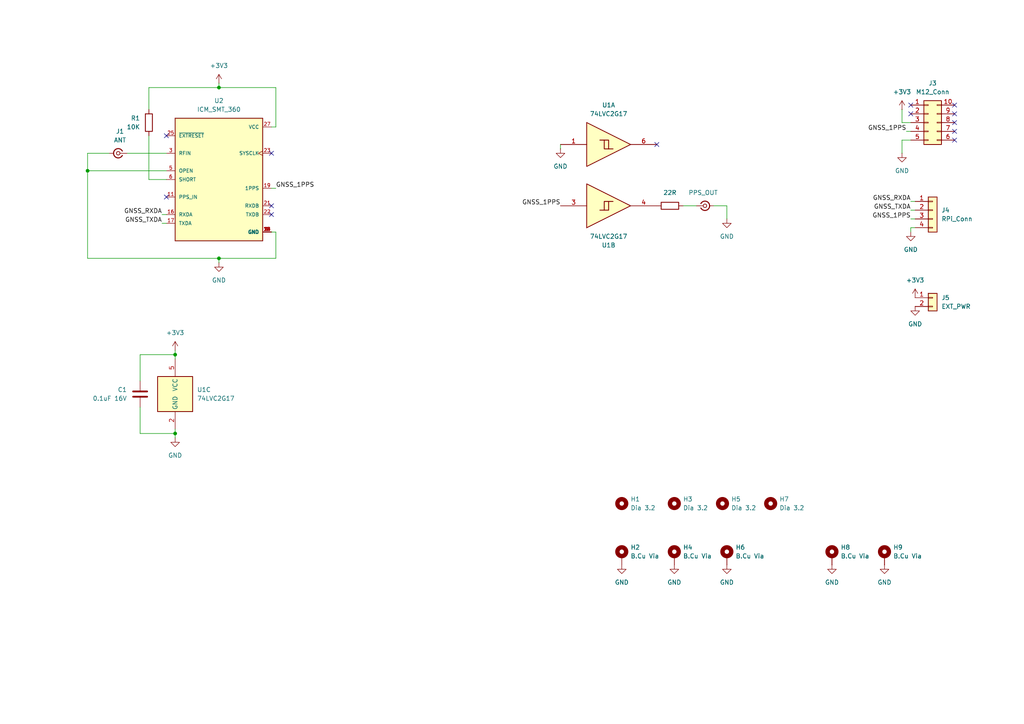
<source format=kicad_sch>
(kicad_sch (version 20250114) (generator "eeschema") (generator_version "9.0")
  (paper "A4")
  (title_block (title "Trimble RES 360 Carrier – Project Caroline") (date "2025-09-19") (rev "A") (company "B4CKSP4CE") (comment 1 "CERN-OHL-S") (comment 2 "@heyflo"))
  (lib_symbols
    (symbol "74xGxx:74LVC2G17"
      (property "Reference" "U" (at -1.27 7.62 0))
      (property "Value" "74LVC2G17" (at 2.54 -7.62 0))
      (symbol "74LVC2G17_1_1"
        (polyline (pts (xy -7.62 6.35) (xy -7.62 -6.35) (xy 5.08 0) (xy -7.62 6.35)) (stroke (width 0.254)) (fill (type background)))
        (polyline (pts (xy -3.81 1.27) (xy -2.54 1.27) (xy -2.54 -1.27) (xy 0 -1.27)) (stroke (width 0.254)) (fill (type background)))
        (polyline (pts (xy -2.54 1.27) (xy -1.27 1.27) (xy -1.27 -1.27)) (stroke (width 0.254)) (fill (type background)))
        (pin input line (at -15.24 0 0) (length 7.62) (name "~") (number "1"))
        (pin output line (at 12.7 0 180) (length 7.62) (name "~") (number "6"))
      )
      (symbol "74LVC2G17_2_1"
        (polyline (pts (xy -7.62 6.35) (xy -7.62 -6.35) (xy 5.08 0) (xy -7.62 6.35)) (stroke (width 0.254)) (fill (type background)))
        (polyline (pts (xy -3.81 1.27) (xy -2.54 1.27) (xy -2.54 -1.27) (xy 0 -1.27)) (stroke (width 0.254)) (fill (type background)))
        (polyline (pts (xy -2.54 1.27) (xy -1.27 1.27) (xy -1.27 -1.27)) (stroke (width 0.254)) (fill (type background)))
        (pin input line (at -15.24 0 0) (length 7.62) (name "~") (number "3"))
        (pin output line (at 12.7 0 180) (length 7.62) (name "~") (number "4"))
      )
      (symbol "74LVC2G17_3_0"
        (rectangle (start -5.08 -5.08) (end 5.08 5.08) (stroke (width 0.254)) (fill (type background)))
      )
      (symbol "74LVC2G17_3_1"
        (pin power_in line (at 0 10.16 270) (length 5.08) (name "VCC") (number "5"))
        (pin power_in line (at 0 -10.16 90) (length 5.08) (name "GND") (number "2"))
      )
    )
    (symbol "BKSP:Mounting_Via_THT" (pin_numbers (hide yes)) (pin_names (offset 1.016) (hide yes)) (in_bom no)
      (property "Reference" "H" (at 0 6.35 0))
      (property "Value" "B.Cu Via" (at 0 4.445 0))
      (symbol "Mounting_Via_THT_0_1"
        (circle (center 0 1.27) (radius 1.27) (stroke (width 1.27)))
      )
      (symbol "Mounting_Via_THT_1_1"
        (pin input line (at 0 -2.54 90) (length 2.54) (name "1") (number "1"))
      )
    )
    (symbol "BKSP:RF_GPS_ICM_SMT_360" (pin_names (offset 1.016))
      (property "Reference" "U" (at -12.9692 18.5638 0))
      (property "Value" "ICM_SMT_360" (at -12.7092 -20.3347 0))
      (symbol "RF_GPS_ICM_SMT_360_0_0"
        (rectangle (start -12.7 -17.78) (end 12.7 17.78) (stroke (width 0.254)) (fill (type background)))
        (pin input line (at -15.24 12.7 0) (length 2.54) (name "~{EXTRESET}") (number "25"))
        (pin input line (at -15.24 7.62 0) (length 2.54) (name "RFIN") (number "3"))
        (pin input line (at -15.24 2.54 0) (length 2.54) (name "OPEN") (number "5"))
        (pin bidirectional line (at -15.24 0 0) (length 2.54) (name "SHORT") (number "6"))
        (pin input line (at -15.24 -5.08 0) (length 2.54) (name "PPS_IN") (number "11"))
        (pin input line (at -15.24 -10.16 0) (length 2.54) (name "RXDA") (number "16"))
        (pin output line (at -15.24 -12.7 0) (length 2.54) (name "TXDA") (number "17"))
        (pin power_in line (at 15.24 15.24 180) (length 2.54) (name "VCC") (number "27"))
        (pin output clock (at 15.24 7.62 180) (length 2.54) (name "SYSCLK") (number "23"))
        (pin output line (at 15.24 -2.54 180) (length 2.54) (name "1PPS") (number "19"))
        (pin input line (at 15.24 -7.62 180) (length 2.54) (name "RXDB") (number "21"))
        (pin output line (at 15.24 -10.16 180) (length 2.54) (name "TXDB") (number "22"))
        (pin power_in line (at 15.24 -15.24 180) (length 2.54) (name "GND") (number "1"))
        (pin power_in line (at 15.24 -15.24 180) (length 2.54) (name "GND") (number "14"))
        (pin power_in line (at 15.24 -15.24 180) (length 2.54) (name "GND") (number "15"))
        (pin power_in line (at 15.24 -15.24 180) (length 2.54) (name "GND") (number "18"))
        (pin power_in line (at 15.24 -15.24 180) (length 2.54) (name "GND") (number "2"))
        (pin power_in line (at 15.24 -15.24 180) (length 2.54) (name "GND") (number "20"))
        (pin power_in line (at 15.24 -15.24 180) (length 2.54) (name "GND") (number "24"))
        (pin power_in line (at 15.24 -15.24 180) (length 2.54) (name "GND") (number "26"))
        (pin power_in line (at 15.24 -15.24 180) (length 2.54) (name "GND") (number "28"))
        (pin power_in line (at 15.24 -15.24 180) (length 2.54) (name "GND") (number "4"))
      )
    )
    (symbol "Connector:Conn_Coaxial_Small" (pin_numbers (hide yes)) (pin_names (offset 1.016) (hide yes))
      (property "Reference" "J" (at 0.254 3.048 0))
      (property "Value" "Conn_Coaxial_Small" (at 0 -3.81 0))
      (symbol "Conn_Coaxial_Small_0_1"
        (polyline (pts (xy -2.54 0) (xy -0.508 0)))
        (circle (center 0 0) (radius 0.508) (stroke (width 0.2032)))
      )
      (symbol "Conn_Coaxial_Small_1_1"
        (arc (start 1.3484 0.0039) (mid 0.327 -1.308) (end -1.1916 -0.6311) (stroke (width 0.3048)))
        (arc (start -1.1916 0.6311) (mid 0.327 1.3081) (end 1.3484 -0.0039) (stroke (width 0.3048)))
        (pin passive line (at -2.54 0 0) (length 1.27) (name "In") (number "1"))
        (pin passive line (at 2.54 0 180) (length 1.27) (name "Ext") (number "2"))
      )
    )
    (symbol "Connector_Generic:Conn_01x02" (pin_names (offset 1.016) (hide yes))
      (property "Reference" "J" (at 0 2.54 0))
      (property "Value" "Conn_01x02" (at 0 -5.08 0))
      (symbol "Conn_01x02_1_1"
        (rectangle (start -1.27 1.27) (end 1.27 -3.81) (stroke (width 0.254)) (fill (type background)))
        (rectangle (start -1.27 0.127) (end 0 -0.127) (stroke (width 0.1524)))
        (rectangle (start -1.27 -2.413) (end 0 -2.667) (stroke (width 0.1524)))
        (pin passive line (at -5.08 0 0) (length 3.81) (name "Pin_1") (number "1"))
        (pin passive line (at -5.08 -2.54 0) (length 3.81) (name "Pin_2") (number "2"))
      )
    )
    (symbol "Connector_Generic:Conn_01x04" (pin_names (offset 1.016) (hide yes))
      (property "Reference" "J" (at 0 5.08 0))
      (property "Value" "Conn_01x04" (at 0 -7.62 0))
      (symbol "Conn_01x04_1_1"
        (rectangle (start -1.27 3.81) (end 1.27 -6.35) (stroke (width 0.254)) (fill (type background)))
        (rectangle (start -1.27 2.667) (end 0 2.413) (stroke (width 0.1524)))
        (rectangle (start -1.27 0.127) (end 0 -0.127) (stroke (width 0.1524)))
        (rectangle (start -1.27 -2.413) (end 0 -2.667) (stroke (width 0.1524)))
        (rectangle (start -1.27 -4.953) (end 0 -5.207) (stroke (width 0.1524)))
        (pin passive line (at -5.08 2.54 0) (length 3.81) (name "Pin_1") (number "1"))
        (pin passive line (at -5.08 0 0) (length 3.81) (name "Pin_2") (number "2"))
        (pin passive line (at -5.08 -2.54 0) (length 3.81) (name "Pin_3") (number "3"))
        (pin passive line (at -5.08 -5.08 0) (length 3.81) (name "Pin_4") (number "4"))
      )
    )
    (symbol "Connector_Generic:Conn_02x05_Counter_Clockwise" (pin_names (offset 1.016) (hide yes))
      (property "Reference" "J2" (at 1.27 11.43 0))
      (property "Value" "Conn_02x05_Counter_Clockwise" (at 1.27 8.89 0))
      (symbol "Conn_02x05_Counter_Clockwise_1_1"
        (rectangle (start -1.27 6.35) (end 3.81 -6.35) (stroke (width 0.254)) (fill (type background)))
        (rectangle (start -1.27 5.207) (end 0 4.953) (stroke (width 0.1524)))
        (rectangle (start -1.27 2.667) (end 0 2.413) (stroke (width 0.1524)))
        (rectangle (start -1.27 0.127) (end 0 -0.127) (stroke (width 0.1524)))
        (rectangle (start -1.27 -2.413) (end 0 -2.667) (stroke (width 0.1524)))
        (rectangle (start -1.27 -4.953) (end 0 -5.207) (stroke (width 0.1524)))
        (rectangle (start 3.81 5.207) (end 2.54 4.953) (stroke (width 0.1524)))
        (rectangle (start 3.81 2.667) (end 2.54 2.413) (stroke (width 0.1524)))
        (rectangle (start 3.81 0.127) (end 2.54 -0.127) (stroke (width 0.1524)))
        (rectangle (start 3.81 -2.413) (end 2.54 -2.667) (stroke (width 0.1524)))
        (rectangle (start 3.81 -4.953) (end 2.54 -5.207) (stroke (width 0.1524)))
        (pin passive line (at -5.08 5.08 0) (length 3.81) (name "TxD1") (number "1"))
        (pin passive line (at -5.08 2.54 0) (length 3.81) (name "RxD1") (number "2"))
        (pin passive line (at -5.08 0 0) (length 3.81) (name "+3V_PWR") (number "3"))
        (pin passive line (at -5.08 -2.54 0) (length 3.81) (name "1PPS") (number "4"))
        (pin passive line (at -5.08 -5.08 0) (length 3.81) (name "GND") (number "5"))
        (pin passive line (at 7.62 5.08 180) (length 3.81) (name "NC") (number "10"))
        (pin passive line (at 7.62 2.54 180) (length 3.81) (name "ANT_BIAS") (number "9"))
        (pin passive line (at 7.62 0 180) (length 3.81) (name "RTCM_IN") (number "8"))
        (pin passive line (at 7.62 -2.54 180) (length 3.81) (name "NC") (number "7"))
        (pin passive line (at 7.62 -5.08 180) (length 3.81) (name "BAT") (number "6"))
      )
    )
    (symbol "Device:C" (pin_numbers (hide yes)) (pin_names (offset 0.254))
      (property "Reference" "C" (at 0.635 2.54 0))
      (property "Value" "C" (at 0.635 -2.54 0))
      (symbol "C_0_1"
        (polyline (pts (xy -2.032 0.762) (xy 2.032 0.762)) (stroke (width 0.508)))
        (polyline (pts (xy -2.032 -0.762) (xy 2.032 -0.762)) (stroke (width 0.508)))
      )
      (symbol "C_1_1"
        (pin passive line (at 0 3.81 270) (length 2.794) (name "~") (number "1"))
        (pin passive line (at 0 -3.81 90) (length 2.794) (name "~") (number "2"))
      )
    )
    (symbol "Device:R" (pin_numbers (hide yes)) (pin_names (offset 0))
      (property "Reference" "R" (at 2.032 0 90))
      (property "Value" "R" (at 0 0 90))
      (symbol "R_0_1"
        (rectangle (start -1.016 -2.54) (end 1.016 2.54) (stroke (width 0.254)))
      )
      (symbol "R_1_1"
        (pin passive line (at 0 3.81 270) (length 1.27) (name "~") (number "1"))
        (pin passive line (at 0 -3.81 90) (length 1.27) (name "~") (number "2"))
      )
    )
    (symbol "Mechanical:MountingHole" (pin_names (offset 1.016)) (in_bom no)
      (property "Reference" "H" (at 0 5.08 0))
      (property "Value" "MountingHole" (at 0 3.175 0))
      (symbol "MountingHole_0_1"
        (circle (center 0 0) (radius 1.27) (stroke (width 1.27)))
      )
    )
    (symbol "power:+3V3" (power) (pin_numbers (hide yes)) (pin_names (offset 0) (hide yes))
      (property "Value" "+3V3" (at 0 3.556 0))
      (symbol "+3V3_0_1"
        (polyline (pts (xy -0.762 1.27) (xy 0 2.54)))
        (polyline (pts (xy 0 2.54) (xy 0.762 1.27)))
        (polyline (pts (xy 0 0) (xy 0 2.54)))
      )
      (symbol "+3V3_1_1"
        (pin power_in line (at 0 0 90) (length 0) (name "~") (number "1"))
      )
    )
    (symbol "power:GND" (power) (pin_numbers (hide yes)) (pin_names (offset 0) (hide yes))
      (property "Value" "GND" (at 0 -3.81 0))
      (symbol "GND_0_1"
        (polyline (pts (xy 0 0) (xy 0 -1.27) (xy 1.27 -1.27) (xy 0 -2.54) (xy -1.27 -1.27) (xy 0 -1.27)))
      )
      (symbol "GND_1_1"
        (pin power_in line (at 0 0 270) (length 0) (name "~") (number "1"))
      )
    )
  )
  (junction (at 63.5 25.4))
  (junction (at 25.4 49.53))
  (junction (at 50.8 102.87))
  (junction (at 50.8 125.73))
  (junction (at 63.5 74.93))
  (no_connect (at 276.86 33.02))
  (no_connect (at 190.5 41.91))
  (no_connect (at 264.16 33.02))
  (no_connect (at 276.86 35.56))
  (no_connect (at 78.74 44.45))
  (no_connect (at 276.86 38.1))
  (no_connect (at 48.26 39.37))
  (no_connect (at 78.74 59.69))
  (no_connect (at 276.86 30.48))
  (no_connect (at 48.26 57.15))
  (no_connect (at 264.16 30.48))
  (no_connect (at 78.74 62.23))
  (no_connect (at 276.86 40.64))
  (wire (pts (xy 264.16 60.96) (xy 265.43 60.96)))
  (wire (pts (xy 25.4 44.45) (xy 31.75 44.45)))
  (wire (pts (xy 25.4 49.53) (xy 25.4 44.45)))
  (wire (pts (xy 40.64 110.49) (xy 40.64 102.87)))
  (wire (pts (xy 63.5 25.4) (xy 80.01 25.4)))
  (wire (pts (xy 50.8 101.6) (xy 50.8 102.87)))
  (wire (pts (xy 210.82 59.69) (xy 210.82 63.5)))
  (wire (pts (xy 43.18 25.4) (xy 63.5 25.4)))
  (wire (pts (xy 50.8 127) (xy 50.8 125.73)))
  (wire (pts (xy 48.26 52.07) (xy 43.18 52.07)))
  (wire (pts (xy 40.64 125.73) (xy 40.64 118.11)))
  (wire (pts (xy 162.56 43.18) (xy 162.56 41.91)))
  (wire (pts (xy 80.01 25.4) (xy 80.01 36.83)))
  (wire (pts (xy 80.01 36.83) (xy 78.74 36.83)))
  (wire (pts (xy 43.18 25.4) (xy 43.18 31.75)))
  (wire (pts (xy 261.62 31.75) (xy 261.62 35.56)))
  (wire (pts (xy 50.8 125.73) (xy 50.8 124.46)))
  (wire (pts (xy 25.4 74.93) (xy 63.5 74.93)))
  (wire (pts (xy 264.16 58.42) (xy 265.43 58.42)))
  (wire (pts (xy 207.01 59.69) (xy 210.82 59.69)))
  (wire (pts (xy 43.18 52.07) (xy 43.18 39.37)))
  (wire (pts (xy 25.4 49.53) (xy 25.4 74.93)))
  (wire (pts (xy 63.5 74.93) (xy 80.01 74.93)))
  (wire (pts (xy 264.16 63.5) (xy 265.43 63.5)))
  (wire (pts (xy 262.89 38.1) (xy 264.16 38.1)))
  (wire (pts (xy 50.8 102.87) (xy 50.8 104.14)))
  (wire (pts (xy 36.83 44.45) (xy 48.26 44.45)))
  (wire (pts (xy 261.62 40.64) (xy 264.16 40.64)))
  (wire (pts (xy 40.64 102.87) (xy 50.8 102.87)))
  (wire (pts (xy 63.5 24.13) (xy 63.5 25.4)))
  (wire (pts (xy 261.62 35.56) (xy 264.16 35.56)))
  (wire (pts (xy 63.5 76.2) (xy 63.5 74.93)))
  (wire (pts (xy 50.8 125.73) (xy 40.64 125.73)))
  (wire (pts (xy 261.62 44.45) (xy 261.62 40.64)))
  (wire (pts (xy 264.16 67.31) (xy 264.16 66.04)))
  (wire (pts (xy 80.01 54.61) (xy 78.74 54.61)))
  (wire (pts (xy 25.4 49.53) (xy 48.26 49.53)))
  (wire (pts (xy 46.99 62.23) (xy 48.26 62.23)))
  (wire (pts (xy 264.16 66.04) (xy 265.43 66.04)))
  (wire (pts (xy 201.93 59.69) (xy 198.12 59.69)))
  (wire (pts (xy 80.01 74.93) (xy 80.01 67.31)))
  (wire (pts (xy 80.01 67.31) (xy 78.74 67.31)))
  (wire (pts (xy 46.99 64.77) (xy 48.26 64.77)))
  (label "GNSS_TXDA" (at 46.99 64.77 180))
  (label "GNSS_RXDA" (at 46.99 62.23 180))
  (label "GNSS_1PPS" (at 264.16 63.5 180))
  (label "GNSS_TXDA" (at 264.16 60.96 180))
  (label "GNSS_1PPS" (at 80.01 54.61 0))
  (label "GNSS_RXDA" (at 264.16 58.42 180))
  (label "GNSS_1PPS" (at 262.89 38.1 180))
  (label "GNSS_1PPS" (at 162.56 59.69 180))
  (symbol (lib_id "BKSP:RF_GPS_ICM_SMT_360") (at 63.5 52.07 0) (unit 1)
    (property "Reference" "U2" (at 63.5 29.21 0))
    (property "Value" "ICM_SMT_360" (at 63.5 31.75 0))
    (property "Footprint" "BKSP:RF_GPS_ICM_SMT_360" (effects (hide yes)))
    (property "Datasheet" "https://cdn.hackaday.io/files/1906348156085056/Trimble%2097975-00.pdf" (effects (hide yes)))
    (property "Description" "Multi-GNSS Timing Module" (effects (hide yes)))
    (property "MF" "Trimble" (effects (hide yes)))
    (property "Package" "Package" (effects (hide yes)))
    (property "Price" "None" (effects (hide yes)))
    (property "Check_prices" "https://www.snapeda.com/parts/ICM%20SMT%20360/Trimble/view-part/?ref=eda" (effects (hide yes)))
    (property "STANDARD" "Manufacturer Recommendation" (effects (hide yes)))
    (property "PARTREV" "G" (effects (hide yes)))
    (property "SnapEDA_Link" "https://www.snapeda.com/parts/ICM%20SMT%20360/Trimble/view-part/?ref=snap" (effects (hide yes)))
    (property "MP" "ICM SMT 360" (effects (hide yes)))
    (property "Availability" "Not in stock" (effects (hide yes)))
    (property "MANUFACTURER" "Trimble" (effects (hide yes)))
  )
  (symbol (lib_id "power:+3V3") (at 63.5 24.13 0) (unit 1)
    (property "Reference" "#PWR03" (effects (hide yes)))
    (property "Value" "+3V3" (at 63.5 19.05 0))
    (property "Description" "Power symbol creates a global label with name \"+3V3\"" (effects (hide yes)))
  )
  (symbol (lib_id "Connector:Conn_Coaxial_Small") (at 34.29 44.45 0) (mirror y) (unit 1)
    (property "Reference" "J1" (at 34.8095 38.1 0))
    (property "Value" "ANT" (at 34.8095 40.64 0))
    (property "Footprint" "Connector_Coaxial:SMA_Molex_73251-2200_Horizontal" (effects (hide yes)))
    (property "Description" "small coaxial connector (BNC, SMA, SMB, SMC, Cinch/RCA, LEMO, ...)" (effects (hide yes)))
  )
  (symbol (lib_id "power:GND") (at 180.34 163.83 0) (unit 1)
    (property "Reference" "#PWR06" (effects (hide yes)))
    (property "Value" "GND" (at 180.34 168.91 0))
    (property "Description" "Power symbol creates a global label with name \"GND\" , ground" (effects (hide yes)))
  )
  (symbol (lib_id "power:+3V3") (at 261.62 31.75 0) (unit 1)
    (property "Reference" "#PWR012" (effects (hide yes)))
    (property "Value" "+3V3" (at 261.62 26.67 0))
    (property "Description" "Power symbol creates a global label with name \"+3V3\"" (effects (hide yes)))
  )
  (symbol (lib_id "power:GND") (at 264.16 67.31 0) (unit 1)
    (property "Reference" "#PWR014" (effects (hide yes)))
    (property "Value" "GND" (at 264.16 72.39 0))
    (property "Description" "Power symbol creates a global label with name \"GND\" , ground" (effects (hide yes)))
  )
  (symbol (lib_id "power:GND") (at 261.62 44.45 0) (unit 1)
    (property "Reference" "#PWR013" (effects (hide yes)))
    (property "Value" "GND" (at 261.62 49.53 0))
    (property "Description" "Power symbol creates a global label with name \"GND\" , ground" (effects (hide yes)))
  )
  (symbol (lib_id "power:GND") (at 210.82 163.83 0) (unit 1)
    (property "Reference" "#PWR09" (effects (hide yes)))
    (property "Value" "GND" (at 210.82 168.91 0))
    (property "Description" "Power symbol creates a global label with name \"GND\" , ground" (effects (hide yes)))
  )
  (symbol (lib_id "Connector:Conn_Coaxial_Small") (at 204.47 59.69 0) (unit 1)
    (property "Reference" "J2" (effects (hide yes)))
    (property "Value" "PPS_OUT" (at 203.9504 55.88 0))
    (property "Footprint" "BKSP:Connector_RF_UFL_SMT160" (effects (hide yes)))
    (property "Description" "small coaxial connector (BNC, SMA, SMB, SMC, Cinch/RCA, LEMO, ...)" (effects (hide yes)))
  )
  (symbol (lib_id "power:+3V3") (at 265.43 86.36 0) (unit 1)
    (property "Reference" "#PWR016" (effects (hide yes)))
    (property "Value" "+3V3" (at 265.43 81.28 0))
    (property "Description" "Power symbol creates a global label with name \"+3V3\"" (effects (hide yes)))
  )
  (symbol (lib_id "BKSP:Mounting_Via_THT") (at 210.82 161.29 0) (unit 1) (in_bom no)
    (property "Reference" "H6" (at 213.36 158.75 0) (effects (justify left)))
    (property "Value" "B.Cu Via" (at 213.36 161.29 0) (effects (justify left)))
    (property "Footprint" "BKSP:Hole_Via_0.8mm" (effects (hide yes)))
    (property "Description" "Via" (effects (hide yes)))
  )
  (symbol (lib_id "BKSP:Mounting_Via_THT") (at 241.3 161.29 0) (unit 1) (in_bom no)
    (property "Reference" "H8" (at 243.84 158.75 0) (effects (justify left)))
    (property "Value" "B.Cu Via" (at 243.84 161.29 0) (effects (justify left)))
    (property "Footprint" "BKSP:Hole_Via_0.8mm" (effects (hide yes)))
    (property "Description" "Via" (effects (hide yes)))
  )
  (symbol (lib_id "Mechanical:MountingHole") (at 180.34 146.05 0) (unit 1) (in_bom no)
    (property "Reference" "H1" (at 182.88 144.78 0) (effects (justify left)))
    (property "Value" "Dia 3.2" (at 182.88 147.32 0) (effects (justify left)))
    (property "Footprint" "MountingHole:MountingHole_3.2mm_M3" (effects (hide yes)))
    (property "Description" "Mounting Hole without connection" (effects (hide yes)))
  )
  (symbol (lib_id "Connector_Generic:Conn_02x05_Counter_Clockwise") (at 269.24 35.56 0) (unit 1)
    (property "Reference" "J3" (at 270.51 24.13 0))
    (property "Value" "M12_Conn" (at 270.51 26.67 0))
    (property "Footprint" "Connector_PinHeader_1.27mm:PinHeader_2x05_P1.27mm_Vertical_SMD" (effects (hide yes)))
    (property "Description" "Generic connector, double row, 02x05, counter clockwise pin numbering scheme (similar to DIP package numbering), script generated (kicad-library-utils/schlib/autogen/connector/)" (effects (hide yes)))
  )
  (symbol (lib_id "Device:R") (at 194.31 59.69 90) (unit 1)
    (property "Reference" "R2" (effects (hide yes)))
    (property "Value" "22R" (at 194.31 55.88 90))
    (property "Footprint" "Resistor_SMD:R_0805_2012Metric" (effects (hide yes)))
    (property "Description" "Resistor" (effects (hide yes)))
  )
  (symbol (lib_id "Mechanical:MountingHole") (at 209.55 146.05 0) (unit 1) (in_bom no)
    (property "Reference" "H5" (at 212.09 144.78 0) (effects (justify left)))
    (property "Value" "Dia 3.2" (at 212.09 147.32 0) (effects (justify left)))
    (property "Footprint" "MountingHole:MountingHole_3.2mm_M3" (effects (hide yes)))
    (property "Description" "Mounting Hole without connection" (effects (hide yes)))
  )
  (symbol (lib_id "74xGxx:74LVC2G17") (at 177.8 41.91 0) (unit 1)
    (property "Reference" "U1" (at 176.53 30.48 0))
    (property "Value" "74LVC2G17" (at 176.53 33.02 0))
    (property "Footprint" "Package_TO_SOT_SMD:SOT-23-6" (effects (hide yes)))
    (property "Datasheet" "http://www.ti.com/lit/sg/scyt129e/scyt129e.pdf" (effects (hide yes)))
    (property "Description" "Dual Buffer, Schmitt Triggered, Low-Voltage CMOS" (effects (hide yes)))
  )
  (symbol (lib_id "power:GND") (at 210.82 63.5 0) (unit 1)
    (property "Reference" "#PWR08" (effects (hide yes)))
    (property "Value" "GND" (at 210.82 68.58 0))
    (property "Description" "Power symbol creates a global label with name \"GND\" , ground" (effects (hide yes)))
  )
  (symbol (lib_id "Device:R") (at 43.18 35.56 0) (unit 1)
    (property "Reference" "R1" (at 40.64 34.29 0) (effects (justify right)))
    (property "Value" "10K" (at 40.64 36.83 0) (effects (justify right)))
    (property "Footprint" "Resistor_SMD:R_0805_2012Metric" (effects (hide yes)))
    (property "Description" "Resistor" (effects (hide yes)))
  )
  (symbol (lib_id "74xGxx:74LVC2G17") (at 177.8 59.69 0) (mirror x) (unit 2)
    (property "Reference" "U1" (at 176.53 71.12 0))
    (property "Value" "74LVC2G17" (at 176.53 68.58 0))
    (property "Footprint" "Package_TO_SOT_SMD:SOT-23-6" (effects (hide yes)))
    (property "Datasheet" "http://www.ti.com/lit/sg/scyt129e/scyt129e.pdf" (effects (hide yes)))
    (property "Description" "Dual Buffer, Schmitt Triggered, Low-Voltage CMOS" (effects (hide yes)))
  )
  (symbol (lib_id "Mechanical:MountingHole") (at 223.52 146.05 0) (unit 1) (in_bom no)
    (property "Reference" "H7" (at 226.06 144.78 0) (effects (justify left)))
    (property "Value" "Dia 3.2" (at 226.06 147.32 0) (effects (justify left)))
    (property "Footprint" "MountingHole:MountingHole_3.2mm_M3" (effects (hide yes)))
    (property "Description" "Mounting Hole without connection" (effects (hide yes)))
  )
  (symbol (lib_id "Connector_Generic:Conn_01x02") (at 270.51 86.36 0) (unit 1)
    (property "Reference" "J5" (at 273.05 86.36 0) (effects (justify left)))
    (property "Value" "EXT_PWR" (at 273.05 88.9 0) (effects (justify left)))
    (property "Footprint" "Connector_PinHeader_2.54mm:PinHeader_1x02_P2.54mm_Vertical" (effects (hide yes)))
    (property "Description" "Generic connector, single row, 01x02, script generated (kicad-library-utils/schlib/autogen/connector/)" (effects (hide yes)))
  )
  (symbol (lib_id "BKSP:Mounting_Via_THT") (at 180.34 161.29 0) (unit 1) (in_bom no)
    (property "Reference" "H2" (at 182.88 158.75 0) (effects (justify left)))
    (property "Value" "B.Cu Via" (at 182.88 161.29 0) (effects (justify left)))
    (property "Footprint" "BKSP:Hole_Via_0.8mm" (effects (hide yes)))
    (property "Description" "Via" (effects (hide yes)))
  )
  (symbol (lib_id "power:GND") (at 195.58 163.83 0) (unit 1)
    (property "Reference" "#PWR07" (effects (hide yes)))
    (property "Value" "GND" (at 195.58 168.91 0))
    (property "Description" "Power symbol creates a global label with name \"GND\" , ground" (effects (hide yes)))
  )
  (symbol (lib_id "power:GND") (at 241.3 163.83 0) (unit 1)
    (property "Reference" "#PWR010" (effects (hide yes)))
    (property "Value" "GND" (at 241.3 168.91 0))
    (property "Description" "Power symbol creates a global label with name \"GND\" , ground" (effects (hide yes)))
  )
  (symbol (lib_id "74xGxx:74LVC2G17") (at 50.8 114.3 0) (unit 3)
    (property "Reference" "U1" (at 57.15 113.03 0) (effects (justify left)))
    (property "Value" "74LVC2G17" (at 57.15 115.57 0) (effects (justify left)))
    (property "Footprint" "Package_TO_SOT_SMD:SOT-23-6" (effects (hide yes)))
    (property "Datasheet" "http://www.ti.com/lit/sg/scyt129e/scyt129e.pdf" (effects (hide yes)))
    (property "Description" "Dual Buffer, Schmitt Triggered, Low-Voltage CMOS" (effects (hide yes)))
  )
  (symbol (lib_id "Connector_Generic:Conn_01x04") (at 270.51 60.96 0) (unit 1)
    (property "Reference" "J4" (at 273.05 60.96 0) (effects (justify left)))
    (property "Value" "RPi_Conn" (at 273.05 63.5 0) (effects (justify left)))
    (property "Footprint" "Connector_PinHeader_2.54mm:PinHeader_1x04_P2.54mm_Vertical" (effects (hide yes)))
    (property "Description" "Generic connector, single row, 01x04, script generated (kicad-library-utils/schlib/autogen/connector/)" (effects (hide yes)))
  )
  (symbol (lib_id "Mechanical:MountingHole") (at 195.58 146.05 0) (unit 1) (in_bom no)
    (property "Reference" "H3" (at 198.12 144.78 0) (effects (justify left)))
    (property "Value" "Dia 3.2" (at 198.12 147.32 0) (effects (justify left)))
    (property "Footprint" "MountingHole:MountingHole_3.2mm_M3" (effects (hide yes)))
    (property "Description" "Mounting Hole without connection" (effects (hide yes)))
  )
  (symbol (lib_id "power:GND") (at 265.43 88.9 0) (unit 1)
    (property "Reference" "#PWR015" (effects (hide yes)))
    (property "Value" "GND" (at 265.43 93.98 0))
    (property "Description" "Power symbol creates a global label with name \"GND\" , ground" (effects (hide yes)))
  )
  (symbol (lib_id "BKSP:Mounting_Via_THT") (at 256.54 161.29 0) (unit 1) (in_bom no)
    (property "Reference" "H9" (at 259.08 158.75 0) (effects (justify left)))
    (property "Value" "B.Cu Via" (at 259.08 161.29 0) (effects (justify left)))
    (property "Footprint" "BKSP:Hole_Via_0.8mm" (effects (hide yes)))
    (property "Description" "Via" (effects (hide yes)))
  )
  (symbol (lib_id "power:GND") (at 50.8 127 0) (unit 1)
    (property "Reference" "#PWR02" (effects (hide yes)))
    (property "Value" "GND" (at 50.8 132.08 0))
    (property "Description" "Power symbol creates a global label with name \"GND\" , ground" (effects (hide yes)))
  )
  (symbol (lib_id "Device:C") (at 40.64 114.3 0) (mirror x) (unit 1)
    (property "Reference" "C1" (at 36.83 113.03 0) (effects (justify right)))
    (property "Value" "0.1uF 16V" (at 36.83 115.57 0) (effects (justify right)))
    (property "Footprint" "Capacitor_SMD:C_0805_2012Metric" (effects (hide yes)))
    (property "Description" "Unpolarized capacitor" (effects (hide yes)))
  )
  (symbol (lib_id "BKSP:Mounting_Via_THT") (at 195.58 161.29 0) (unit 1) (in_bom no)
    (property "Reference" "H4" (at 198.12 158.75 0) (effects (justify left)))
    (property "Value" "B.Cu Via" (at 198.12 161.29 0) (effects (justify left)))
    (property "Footprint" "BKSP:Hole_Via_0.8mm" (effects (hide yes)))
    (property "Description" "Via" (effects (hide yes)))
  )
  (symbol (lib_id "power:GND") (at 256.54 163.83 0) (unit 1)
    (property "Reference" "#PWR011" (effects (hide yes)))
    (property "Value" "GND" (at 256.54 168.91 0))
    (property "Description" "Power symbol creates a global label with name \"GND\" , ground" (effects (hide yes)))
  )
  (symbol (lib_id "power:GND") (at 162.56 43.18 0) (unit 1)
    (property "Reference" "#PWR05" (effects (hide yes)))
    (property "Value" "GND" (at 162.56 48.26 0))
    (property "Description" "Power symbol creates a global label with name \"GND\" , ground" (effects (hide yes)))
  )
  (symbol (lib_id "power:+3V3") (at 50.8 101.6 0) (unit 1)
    (property "Reference" "#PWR01" (effects (hide yes)))
    (property "Value" "+3V3" (at 50.8 96.52 0))
    (property "Description" "Power symbol creates a global label with name \"+3V3\"" (effects (hide yes)))
  )
  (symbol (lib_id "power:GND") (at 63.5 76.2 0) (unit 1)
    (property "Reference" "#PWR04" (effects (hide yes)))
    (property "Value" "GND" (at 63.5 81.28 0))
    (property "Description" "Power symbol creates a global label with name \"GND\" , ground" (effects (hide yes)))
  )
)
</source>
